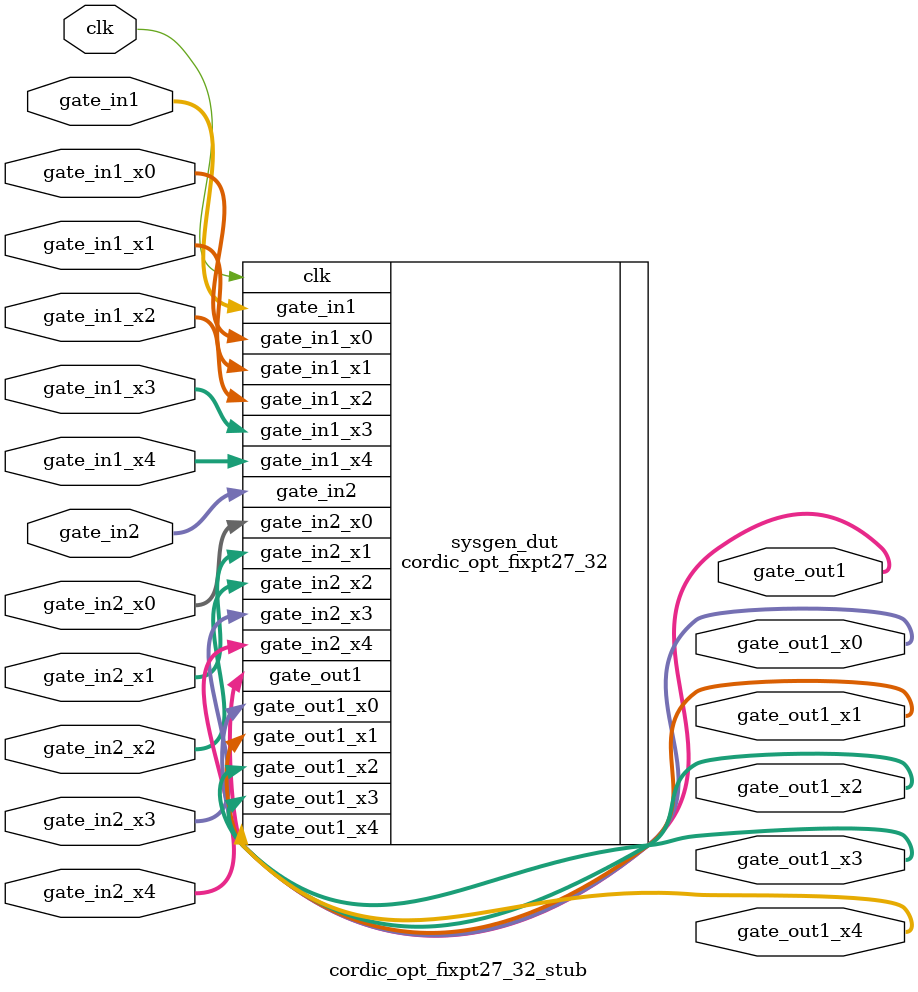
<source format=v>
`timescale 1 ns / 10 ps
module cordic_opt_fixpt27_32_stub (
  input [27-1:0] gate_in1_x4,
  input [27-1:0] gate_in2,
  input [28-1:0] gate_in1,
  input [28-1:0] gate_in2_x0,
  input [29-1:0] gate_in1_x0,
  input [29-1:0] gate_in2_x1,
  input [30-1:0] gate_in1_x1,
  input [30-1:0] gate_in2_x2,
  input [31-1:0] gate_in1_x2,
  input [31-1:0] gate_in2_x3,
  input [32-1:0] gate_in1_x3,
  input [32-1:0] gate_in2_x4,
  input clk,
  output [27-1:0] gate_out1_x0,
  output [28-1:0] gate_out1_x1,
  output [29-1:0] gate_out1_x2,
  output [30-1:0] gate_out1,
  output [31-1:0] gate_out1_x3,
  output [32-1:0] gate_out1_x4
);
  cordic_opt_fixpt27_32 sysgen_dut (
    .gate_in1_x4(gate_in1_x4),
    .gate_in2(gate_in2),
    .gate_in1(gate_in1),
    .gate_in2_x0(gate_in2_x0),
    .gate_in1_x0(gate_in1_x0),
    .gate_in2_x1(gate_in2_x1),
    .gate_in1_x1(gate_in1_x1),
    .gate_in2_x2(gate_in2_x2),
    .gate_in1_x2(gate_in1_x2),
    .gate_in2_x3(gate_in2_x3),
    .gate_in1_x3(gate_in1_x3),
    .gate_in2_x4(gate_in2_x4),
    .clk(clk),
    .gate_out1_x0(gate_out1_x0),
    .gate_out1_x1(gate_out1_x1),
    .gate_out1_x2(gate_out1_x2),
    .gate_out1(gate_out1),
    .gate_out1_x3(gate_out1_x3),
    .gate_out1_x4(gate_out1_x4)
  );
endmodule

</source>
